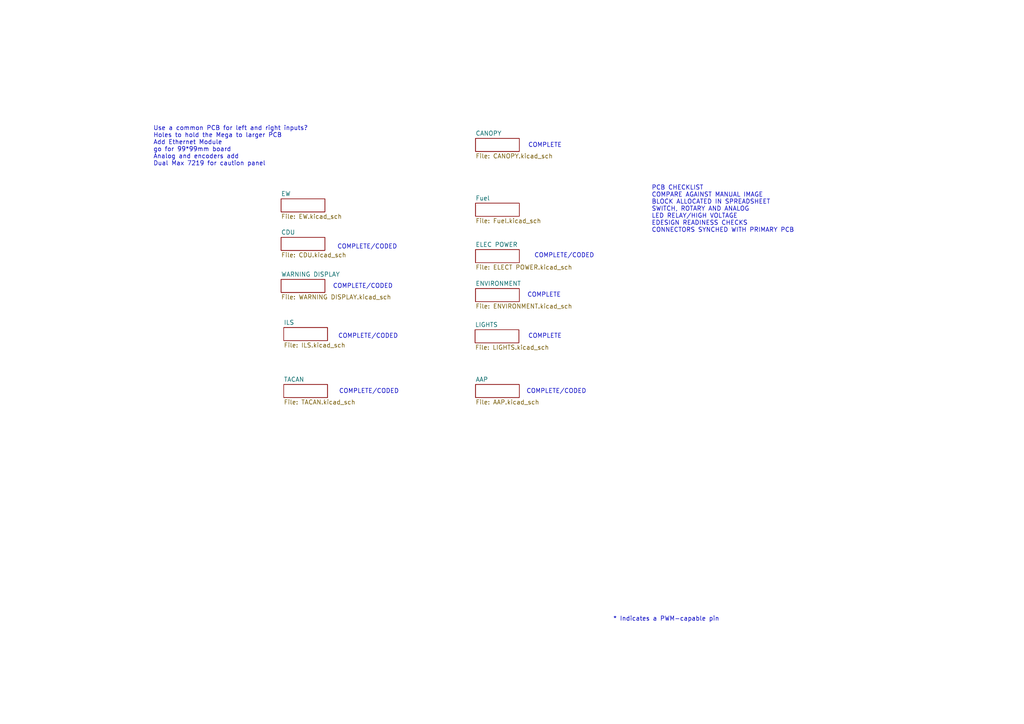
<source format=kicad_sch>
(kicad_sch (version 20230121) (generator eeschema)
  (paper "A4")
  (title_block (date "mar. 31 mars 2015"))
  (lib_symbols)
  (text "COMPLETE" (at 153.162 42.926 0) (effects (font (size 1.27 1.27)) (justify left bottom)))
  (text "COMPLETE/CODED" (at 98.298 114.3 0) (effects (font (size 1.27 1.27)) (justify left bottom)))
  (text "COMPLETE/CODED" (at 152.654 114.3 0) (effects (font (size 1.27 1.27)) (justify left bottom)))
  (text "COMPLETE/CODED" (at 98.044 98.298 0) (effects (font (size 1.27 1.27)) (justify left bottom)))
  (text "COMPLETE/CODED" (at 154.94 74.93 0) (effects (font (size 1.27 1.27)) (justify left bottom)))
  (text "Use a common PCB for left and right inputs?\nHoles to hold the Mega to larger PCB\nAdd Ethernet Module\ngo for 99*99mm board\nAnalog and encoders add\nDual Max 7219 for caution panel" (at 44.45 48.26 0) (effects (font (size 1.27 1.27)) (justify left bottom)))
  (text "COMPLETE/CODED" (at 96.52 83.82 0) (effects (font (size 1.27 1.27)) (justify left bottom)))
  (text "* Indicates a PWM-capable pin" (at 177.8 180.34 0) (effects (font (size 1.27 1.27)) (justify left bottom)))
  (text "COMPLETE" (at 152.908 86.36 0) (effects (font (size 1.27 1.27)) (justify left bottom)))
  (text "COMPLETE/CODED" (at 97.79 72.39 0) (effects (font (size 1.27 1.27)) (justify left bottom)))
  (text "PCB CHECKLIST\nCOMPARE AGAINST MANUAL IMAGE\nBLOCK ALLOCATED IN SPREADSHEET\nSWITCH, ROTARY AND ANALOG\nLED RELAY/HIGH VOLTAGE\nEDESIGN READINESS CHECKS\nCONNECTORS SYNCHED WITH PRIMARY PCB\n" (at 188.976 67.564 0) (effects (font (size 1.27 1.27)) (justify left bottom)))
  (text "COMPLETE" (at 153.162 98.298 0) (effects (font (size 1.27 1.27)) (justify left bottom)))
  (sheet (at 137.795 95.631) (size 12.7 3.81) (stroke (width 0.1524))
    (property "Sheetname" "LIGHTS" (at 137.795 94.9194 0) (effects (justify left bottom)))
    (property "Sheetfile" "LIGHTS.kicad_sch" (at 137.795 100.0256 0) (effects (justify left top)))
  )
  (sheet (at 81.534 68.834) (size 12.7 3.81) (stroke (width 0.1524))
    (property "Sheetname" "CDU" (at 81.534 68.1224 0) (effects (justify left bottom)))
    (property "Sheetfile" "CDU.kicad_sch" (at 81.534 73.2286 0) (effects (justify left top)))
  )
  (sheet (at 81.534 57.658) (size 12.7 3.81) (stroke (width 0.1524))
    (property "Sheetname" "EW" (at 81.534 56.9464 0) (effects (justify left bottom)))
    (property "Sheetfile" "EW.kicad_sch" (at 81.534 62.0526 0) (effects (justify left top)))
  )
  (sheet (at 137.922 40.132) (size 12.7 3.81) (stroke (width 0.1524))
    (property "Sheetname" "CANOPY" (at 137.922 39.4204 0) (effects (justify left bottom)))
    (property "Sheetfile" "CANOPY.kicad_sch" (at 137.922 44.5266 0) (effects (justify left top)))
  )
  (sheet (at 137.922 83.693) (size 12.7 3.81) (stroke (width 0.1524))
    (property "Sheetname" "ENVIRONMENT" (at 137.922 82.9814 0) (effects (justify left bottom)))
    (property "Sheetfile" "ENVIRONMENT.kicad_sch" (at 137.922 88.0876 0) (effects (justify left top)))
  )
  (sheet (at 82.296 94.996) (size 12.7 3.81) (stroke (width 0.1524))
    (property "Sheetname" "ILS" (at 82.296 94.2844 0) (effects (justify left bottom)))
    (property "Sheetfile" "ILS.kicad_sch" (at 82.296 99.3906 0) (effects (justify left top)))
  )
  (sheet (at 137.922 58.928) (size 12.7 3.81) (stroke (width 0.1524))
    (property "Sheetname" "Fuel" (at 137.922 58.2164 0) (effects (justify left bottom)))
    (property "Sheetfile" "Fuel.kicad_sch" (at 137.922 63.3226 0) (effects (justify left top)))
  )
  (sheet (at 81.534 81.026) (size 12.7 3.81) (stroke (width 0.1524))
    (property "Sheetname" "WARNING DISPLAY" (at 81.534 80.3144 0) (effects (justify left bottom)))
    (property "Sheetfile" "WARNING DISPLAY.kicad_sch" (at 81.534 85.4206 0) (effects (justify left top)))
  )
  (sheet (at 82.296 111.506) (size 12.7 3.81) (stroke (width 0.1524))
    (property "Sheetname" "TACAN" (at 82.296 110.7944 0) (effects (justify left bottom)))
    (property "Sheetfile" "TACAN.kicad_sch" (at 82.296 115.9006 0) (effects (justify left top)))
  )
  (sheet (at 137.922 72.39) (size 12.7 3.81) (stroke (width 0.1524))
    (property "Sheetname" "ELEC POWER" (at 137.922 71.6784 0) (effects (justify left bottom)))
    (property "Sheetfile" "ELECT POWER.kicad_sch" (at 137.922 76.7846 0) (effects (justify left top)))
  )
  (sheet (at 137.922 111.506) (size 12.7 3.81) (stroke (width 0.1524))
    (property "Sheetname" "AAP" (at 137.922 110.7944 0) (effects (justify left bottom)))
    (property "Sheetfile" "AAP.kicad_sch" (at 137.922 115.9006 0) (effects (justify left top)))
  )
)
</source>
